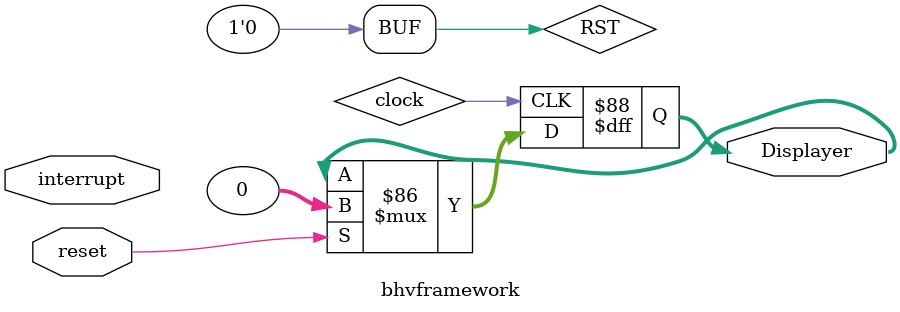
<source format=v>
`timescale 1ns / 1ps
module bhvframework(
    input reset,
	 input interrupt,
    output reg [31:0] Displayer//I created another variable for shoving values.But not exactly necessary, accumulator could be used too.
    );

parameter WIDTH=16;
parameter T0 = 32'd0, T1=32'd1, T2=32'd2, T3=32'd3, T4=32'd4, T5=32'd5, T6=32'd6,T7=32'd7, T8=32'd8, T9=32'd9;
/* If you need more than 9 clock cycles for your modules, feel free to increase the number of above parameters */
reg clock;
reg [WIDTH-1:0] InstructionMemory [4095:0];
reg [WIDTH-1:0] DataMemory [4095:0];
reg [11:0] ProgramCounter;
reg [11:0] AdressRegister;
reg [WIDTH-1:0] InstructionRegister;
reg [WIDTH-1:0] TemporaryRegister;
reg [WIDTH-1:0] DataRegister;
reg [WIDTH-1:0] Accumulator;
reg [7:0] InputRegister;
reg [7:0] OutputRegister;
integer SequenceCounter;
reg INTRP;
reg RST;
reg Indirect;
wire D0,D1,D2,D3,D4,D5,D6,D7;
Decoder DFirst(D7,D6,D5,D4,D3,D2,D1,D0,InstructionRegister[14],InstructionRegister[13],InstructionRegister[12]);


initial
	begin
		//clock<=1'b0;
		SequenceCounter<=0;
		INTRP <=0;
		RST<=0;
		// this one does not work have to find another way to generate clock. forever #10 clock <= ~clock;
	end

always@(posedge clock)
	if (reset==1)
		begin
			Displayer<=0; //This could be something else, like an unknown value like x of verilog.
			SequenceCounter<=0;
			Accumulator<=0;
			ProgramCounter<=0;
		end
	else if (reset==0 && interrupt==1)
		begin
			INTRP<=1;
			//Here should come the interrupt part, for now I leave empty.
		end
	else if (reset==0 && interrupt==0)
		case(SequenceCounter)
			T0:
				begin
					AdressRegister<=ProgramCounter;
					SequenceCounter<=SequenceCounter+1;
				end
			T1:
				begin
					InstructionRegister<=InstructionMemory[AdressRegister];
					ProgramCounter<=ProgramCounter+1;
					SequenceCounter<=SequenceCounter+1;
				end
			T2:
				begin
					AdressRegister <= InstructionRegister[11:0];
					//In lecture notes, that's written as IR[0:11] but I think that's more correct. We can ask Uluc Hoca.
					Indirect<= InstructionRegister[15];
					SequenceCounter<=SequenceCounter+1;
				end
			default:
				begin
					SequenceCounter<=SequenceCounter+1;
					//Here comes your modules related to register or memory operations.
				end
		endcase
endmodule

</source>
